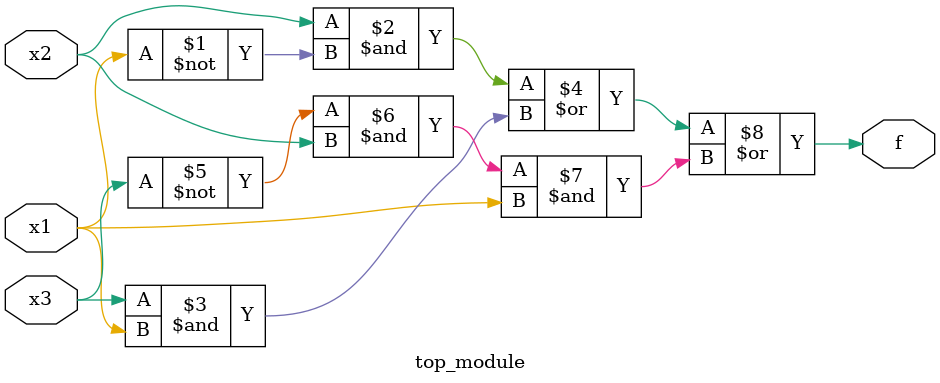
<source format=sv>
module top_module (
    input x3,
    input x2,
    input x1,
    output f
);

assign f = (x2 & ~x1) | (x3 & x1) | (~x3 & x2 & x1);

endmodule

</source>
